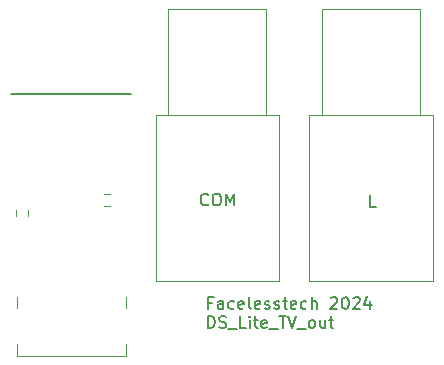
<source format=gbr>
%TF.GenerationSoftware,KiCad,Pcbnew,7.0.9*%
%TF.CreationDate,2024-01-10T16:41:44+00:00*%
%TF.ProjectId,ds_lite_tv_out_tv_side,64735f6c-6974-4655-9f74-765f6f75745f,rev?*%
%TF.SameCoordinates,Original*%
%TF.FileFunction,Legend,Top*%
%TF.FilePolarity,Positive*%
%FSLAX46Y46*%
G04 Gerber Fmt 4.6, Leading zero omitted, Abs format (unit mm)*
G04 Created by KiCad (PCBNEW 7.0.9) date 2024-01-10 16:41:44*
%MOMM*%
%LPD*%
G01*
G04 APERTURE LIST*
%ADD10C,0.150000*%
%ADD11C,0.100000*%
%ADD12C,0.120000*%
G04 APERTURE END LIST*
D10*
X164412969Y-92199819D02*
X163936779Y-92199819D01*
X163936779Y-92199819D02*
X163936779Y-91199819D01*
X150248207Y-91994580D02*
X150200588Y-92042200D01*
X150200588Y-92042200D02*
X150057731Y-92089819D01*
X150057731Y-92089819D02*
X149962493Y-92089819D01*
X149962493Y-92089819D02*
X149819636Y-92042200D01*
X149819636Y-92042200D02*
X149724398Y-91946961D01*
X149724398Y-91946961D02*
X149676779Y-91851723D01*
X149676779Y-91851723D02*
X149629160Y-91661247D01*
X149629160Y-91661247D02*
X149629160Y-91518390D01*
X149629160Y-91518390D02*
X149676779Y-91327914D01*
X149676779Y-91327914D02*
X149724398Y-91232676D01*
X149724398Y-91232676D02*
X149819636Y-91137438D01*
X149819636Y-91137438D02*
X149962493Y-91089819D01*
X149962493Y-91089819D02*
X150057731Y-91089819D01*
X150057731Y-91089819D02*
X150200588Y-91137438D01*
X150200588Y-91137438D02*
X150248207Y-91185057D01*
X150867255Y-91089819D02*
X151057731Y-91089819D01*
X151057731Y-91089819D02*
X151152969Y-91137438D01*
X151152969Y-91137438D02*
X151248207Y-91232676D01*
X151248207Y-91232676D02*
X151295826Y-91423152D01*
X151295826Y-91423152D02*
X151295826Y-91756485D01*
X151295826Y-91756485D02*
X151248207Y-91946961D01*
X151248207Y-91946961D02*
X151152969Y-92042200D01*
X151152969Y-92042200D02*
X151057731Y-92089819D01*
X151057731Y-92089819D02*
X150867255Y-92089819D01*
X150867255Y-92089819D02*
X150772017Y-92042200D01*
X150772017Y-92042200D02*
X150676779Y-91946961D01*
X150676779Y-91946961D02*
X150629160Y-91756485D01*
X150629160Y-91756485D02*
X150629160Y-91423152D01*
X150629160Y-91423152D02*
X150676779Y-91232676D01*
X150676779Y-91232676D02*
X150772017Y-91137438D01*
X150772017Y-91137438D02*
X150867255Y-91089819D01*
X151724398Y-92089819D02*
X151724398Y-91089819D01*
X151724398Y-91089819D02*
X152057731Y-91804104D01*
X152057731Y-91804104D02*
X152391064Y-91089819D01*
X152391064Y-91089819D02*
X152391064Y-92089819D01*
X150570112Y-100316009D02*
X150236779Y-100316009D01*
X150236779Y-100839819D02*
X150236779Y-99839819D01*
X150236779Y-99839819D02*
X150712969Y-99839819D01*
X151522493Y-100839819D02*
X151522493Y-100316009D01*
X151522493Y-100316009D02*
X151474874Y-100220771D01*
X151474874Y-100220771D02*
X151379636Y-100173152D01*
X151379636Y-100173152D02*
X151189160Y-100173152D01*
X151189160Y-100173152D02*
X151093922Y-100220771D01*
X151522493Y-100792200D02*
X151427255Y-100839819D01*
X151427255Y-100839819D02*
X151189160Y-100839819D01*
X151189160Y-100839819D02*
X151093922Y-100792200D01*
X151093922Y-100792200D02*
X151046303Y-100696961D01*
X151046303Y-100696961D02*
X151046303Y-100601723D01*
X151046303Y-100601723D02*
X151093922Y-100506485D01*
X151093922Y-100506485D02*
X151189160Y-100458866D01*
X151189160Y-100458866D02*
X151427255Y-100458866D01*
X151427255Y-100458866D02*
X151522493Y-100411247D01*
X152427255Y-100792200D02*
X152332017Y-100839819D01*
X152332017Y-100839819D02*
X152141541Y-100839819D01*
X152141541Y-100839819D02*
X152046303Y-100792200D01*
X152046303Y-100792200D02*
X151998684Y-100744580D01*
X151998684Y-100744580D02*
X151951065Y-100649342D01*
X151951065Y-100649342D02*
X151951065Y-100363628D01*
X151951065Y-100363628D02*
X151998684Y-100268390D01*
X151998684Y-100268390D02*
X152046303Y-100220771D01*
X152046303Y-100220771D02*
X152141541Y-100173152D01*
X152141541Y-100173152D02*
X152332017Y-100173152D01*
X152332017Y-100173152D02*
X152427255Y-100220771D01*
X153236779Y-100792200D02*
X153141541Y-100839819D01*
X153141541Y-100839819D02*
X152951065Y-100839819D01*
X152951065Y-100839819D02*
X152855827Y-100792200D01*
X152855827Y-100792200D02*
X152808208Y-100696961D01*
X152808208Y-100696961D02*
X152808208Y-100316009D01*
X152808208Y-100316009D02*
X152855827Y-100220771D01*
X152855827Y-100220771D02*
X152951065Y-100173152D01*
X152951065Y-100173152D02*
X153141541Y-100173152D01*
X153141541Y-100173152D02*
X153236779Y-100220771D01*
X153236779Y-100220771D02*
X153284398Y-100316009D01*
X153284398Y-100316009D02*
X153284398Y-100411247D01*
X153284398Y-100411247D02*
X152808208Y-100506485D01*
X153855827Y-100839819D02*
X153760589Y-100792200D01*
X153760589Y-100792200D02*
X153712970Y-100696961D01*
X153712970Y-100696961D02*
X153712970Y-99839819D01*
X154617732Y-100792200D02*
X154522494Y-100839819D01*
X154522494Y-100839819D02*
X154332018Y-100839819D01*
X154332018Y-100839819D02*
X154236780Y-100792200D01*
X154236780Y-100792200D02*
X154189161Y-100696961D01*
X154189161Y-100696961D02*
X154189161Y-100316009D01*
X154189161Y-100316009D02*
X154236780Y-100220771D01*
X154236780Y-100220771D02*
X154332018Y-100173152D01*
X154332018Y-100173152D02*
X154522494Y-100173152D01*
X154522494Y-100173152D02*
X154617732Y-100220771D01*
X154617732Y-100220771D02*
X154665351Y-100316009D01*
X154665351Y-100316009D02*
X154665351Y-100411247D01*
X154665351Y-100411247D02*
X154189161Y-100506485D01*
X155046304Y-100792200D02*
X155141542Y-100839819D01*
X155141542Y-100839819D02*
X155332018Y-100839819D01*
X155332018Y-100839819D02*
X155427256Y-100792200D01*
X155427256Y-100792200D02*
X155474875Y-100696961D01*
X155474875Y-100696961D02*
X155474875Y-100649342D01*
X155474875Y-100649342D02*
X155427256Y-100554104D01*
X155427256Y-100554104D02*
X155332018Y-100506485D01*
X155332018Y-100506485D02*
X155189161Y-100506485D01*
X155189161Y-100506485D02*
X155093923Y-100458866D01*
X155093923Y-100458866D02*
X155046304Y-100363628D01*
X155046304Y-100363628D02*
X155046304Y-100316009D01*
X155046304Y-100316009D02*
X155093923Y-100220771D01*
X155093923Y-100220771D02*
X155189161Y-100173152D01*
X155189161Y-100173152D02*
X155332018Y-100173152D01*
X155332018Y-100173152D02*
X155427256Y-100220771D01*
X155855828Y-100792200D02*
X155951066Y-100839819D01*
X155951066Y-100839819D02*
X156141542Y-100839819D01*
X156141542Y-100839819D02*
X156236780Y-100792200D01*
X156236780Y-100792200D02*
X156284399Y-100696961D01*
X156284399Y-100696961D02*
X156284399Y-100649342D01*
X156284399Y-100649342D02*
X156236780Y-100554104D01*
X156236780Y-100554104D02*
X156141542Y-100506485D01*
X156141542Y-100506485D02*
X155998685Y-100506485D01*
X155998685Y-100506485D02*
X155903447Y-100458866D01*
X155903447Y-100458866D02*
X155855828Y-100363628D01*
X155855828Y-100363628D02*
X155855828Y-100316009D01*
X155855828Y-100316009D02*
X155903447Y-100220771D01*
X155903447Y-100220771D02*
X155998685Y-100173152D01*
X155998685Y-100173152D02*
X156141542Y-100173152D01*
X156141542Y-100173152D02*
X156236780Y-100220771D01*
X156570114Y-100173152D02*
X156951066Y-100173152D01*
X156712971Y-99839819D02*
X156712971Y-100696961D01*
X156712971Y-100696961D02*
X156760590Y-100792200D01*
X156760590Y-100792200D02*
X156855828Y-100839819D01*
X156855828Y-100839819D02*
X156951066Y-100839819D01*
X157665352Y-100792200D02*
X157570114Y-100839819D01*
X157570114Y-100839819D02*
X157379638Y-100839819D01*
X157379638Y-100839819D02*
X157284400Y-100792200D01*
X157284400Y-100792200D02*
X157236781Y-100696961D01*
X157236781Y-100696961D02*
X157236781Y-100316009D01*
X157236781Y-100316009D02*
X157284400Y-100220771D01*
X157284400Y-100220771D02*
X157379638Y-100173152D01*
X157379638Y-100173152D02*
X157570114Y-100173152D01*
X157570114Y-100173152D02*
X157665352Y-100220771D01*
X157665352Y-100220771D02*
X157712971Y-100316009D01*
X157712971Y-100316009D02*
X157712971Y-100411247D01*
X157712971Y-100411247D02*
X157236781Y-100506485D01*
X158570114Y-100792200D02*
X158474876Y-100839819D01*
X158474876Y-100839819D02*
X158284400Y-100839819D01*
X158284400Y-100839819D02*
X158189162Y-100792200D01*
X158189162Y-100792200D02*
X158141543Y-100744580D01*
X158141543Y-100744580D02*
X158093924Y-100649342D01*
X158093924Y-100649342D02*
X158093924Y-100363628D01*
X158093924Y-100363628D02*
X158141543Y-100268390D01*
X158141543Y-100268390D02*
X158189162Y-100220771D01*
X158189162Y-100220771D02*
X158284400Y-100173152D01*
X158284400Y-100173152D02*
X158474876Y-100173152D01*
X158474876Y-100173152D02*
X158570114Y-100220771D01*
X158998686Y-100839819D02*
X158998686Y-99839819D01*
X159427257Y-100839819D02*
X159427257Y-100316009D01*
X159427257Y-100316009D02*
X159379638Y-100220771D01*
X159379638Y-100220771D02*
X159284400Y-100173152D01*
X159284400Y-100173152D02*
X159141543Y-100173152D01*
X159141543Y-100173152D02*
X159046305Y-100220771D01*
X159046305Y-100220771D02*
X158998686Y-100268390D01*
X160617734Y-99935057D02*
X160665353Y-99887438D01*
X160665353Y-99887438D02*
X160760591Y-99839819D01*
X160760591Y-99839819D02*
X160998686Y-99839819D01*
X160998686Y-99839819D02*
X161093924Y-99887438D01*
X161093924Y-99887438D02*
X161141543Y-99935057D01*
X161141543Y-99935057D02*
X161189162Y-100030295D01*
X161189162Y-100030295D02*
X161189162Y-100125533D01*
X161189162Y-100125533D02*
X161141543Y-100268390D01*
X161141543Y-100268390D02*
X160570115Y-100839819D01*
X160570115Y-100839819D02*
X161189162Y-100839819D01*
X161808210Y-99839819D02*
X161903448Y-99839819D01*
X161903448Y-99839819D02*
X161998686Y-99887438D01*
X161998686Y-99887438D02*
X162046305Y-99935057D01*
X162046305Y-99935057D02*
X162093924Y-100030295D01*
X162093924Y-100030295D02*
X162141543Y-100220771D01*
X162141543Y-100220771D02*
X162141543Y-100458866D01*
X162141543Y-100458866D02*
X162093924Y-100649342D01*
X162093924Y-100649342D02*
X162046305Y-100744580D01*
X162046305Y-100744580D02*
X161998686Y-100792200D01*
X161998686Y-100792200D02*
X161903448Y-100839819D01*
X161903448Y-100839819D02*
X161808210Y-100839819D01*
X161808210Y-100839819D02*
X161712972Y-100792200D01*
X161712972Y-100792200D02*
X161665353Y-100744580D01*
X161665353Y-100744580D02*
X161617734Y-100649342D01*
X161617734Y-100649342D02*
X161570115Y-100458866D01*
X161570115Y-100458866D02*
X161570115Y-100220771D01*
X161570115Y-100220771D02*
X161617734Y-100030295D01*
X161617734Y-100030295D02*
X161665353Y-99935057D01*
X161665353Y-99935057D02*
X161712972Y-99887438D01*
X161712972Y-99887438D02*
X161808210Y-99839819D01*
X162522496Y-99935057D02*
X162570115Y-99887438D01*
X162570115Y-99887438D02*
X162665353Y-99839819D01*
X162665353Y-99839819D02*
X162903448Y-99839819D01*
X162903448Y-99839819D02*
X162998686Y-99887438D01*
X162998686Y-99887438D02*
X163046305Y-99935057D01*
X163046305Y-99935057D02*
X163093924Y-100030295D01*
X163093924Y-100030295D02*
X163093924Y-100125533D01*
X163093924Y-100125533D02*
X163046305Y-100268390D01*
X163046305Y-100268390D02*
X162474877Y-100839819D01*
X162474877Y-100839819D02*
X163093924Y-100839819D01*
X163951067Y-100173152D02*
X163951067Y-100839819D01*
X163712972Y-99792200D02*
X163474877Y-100506485D01*
X163474877Y-100506485D02*
X164093924Y-100506485D01*
X150236779Y-102449819D02*
X150236779Y-101449819D01*
X150236779Y-101449819D02*
X150474874Y-101449819D01*
X150474874Y-101449819D02*
X150617731Y-101497438D01*
X150617731Y-101497438D02*
X150712969Y-101592676D01*
X150712969Y-101592676D02*
X150760588Y-101687914D01*
X150760588Y-101687914D02*
X150808207Y-101878390D01*
X150808207Y-101878390D02*
X150808207Y-102021247D01*
X150808207Y-102021247D02*
X150760588Y-102211723D01*
X150760588Y-102211723D02*
X150712969Y-102306961D01*
X150712969Y-102306961D02*
X150617731Y-102402200D01*
X150617731Y-102402200D02*
X150474874Y-102449819D01*
X150474874Y-102449819D02*
X150236779Y-102449819D01*
X151189160Y-102402200D02*
X151332017Y-102449819D01*
X151332017Y-102449819D02*
X151570112Y-102449819D01*
X151570112Y-102449819D02*
X151665350Y-102402200D01*
X151665350Y-102402200D02*
X151712969Y-102354580D01*
X151712969Y-102354580D02*
X151760588Y-102259342D01*
X151760588Y-102259342D02*
X151760588Y-102164104D01*
X151760588Y-102164104D02*
X151712969Y-102068866D01*
X151712969Y-102068866D02*
X151665350Y-102021247D01*
X151665350Y-102021247D02*
X151570112Y-101973628D01*
X151570112Y-101973628D02*
X151379636Y-101926009D01*
X151379636Y-101926009D02*
X151284398Y-101878390D01*
X151284398Y-101878390D02*
X151236779Y-101830771D01*
X151236779Y-101830771D02*
X151189160Y-101735533D01*
X151189160Y-101735533D02*
X151189160Y-101640295D01*
X151189160Y-101640295D02*
X151236779Y-101545057D01*
X151236779Y-101545057D02*
X151284398Y-101497438D01*
X151284398Y-101497438D02*
X151379636Y-101449819D01*
X151379636Y-101449819D02*
X151617731Y-101449819D01*
X151617731Y-101449819D02*
X151760588Y-101497438D01*
X151951065Y-102545057D02*
X152712969Y-102545057D01*
X153427255Y-102449819D02*
X152951065Y-102449819D01*
X152951065Y-102449819D02*
X152951065Y-101449819D01*
X153760589Y-102449819D02*
X153760589Y-101783152D01*
X153760589Y-101449819D02*
X153712970Y-101497438D01*
X153712970Y-101497438D02*
X153760589Y-101545057D01*
X153760589Y-101545057D02*
X153808208Y-101497438D01*
X153808208Y-101497438D02*
X153760589Y-101449819D01*
X153760589Y-101449819D02*
X153760589Y-101545057D01*
X154093922Y-101783152D02*
X154474874Y-101783152D01*
X154236779Y-101449819D02*
X154236779Y-102306961D01*
X154236779Y-102306961D02*
X154284398Y-102402200D01*
X154284398Y-102402200D02*
X154379636Y-102449819D01*
X154379636Y-102449819D02*
X154474874Y-102449819D01*
X155189160Y-102402200D02*
X155093922Y-102449819D01*
X155093922Y-102449819D02*
X154903446Y-102449819D01*
X154903446Y-102449819D02*
X154808208Y-102402200D01*
X154808208Y-102402200D02*
X154760589Y-102306961D01*
X154760589Y-102306961D02*
X154760589Y-101926009D01*
X154760589Y-101926009D02*
X154808208Y-101830771D01*
X154808208Y-101830771D02*
X154903446Y-101783152D01*
X154903446Y-101783152D02*
X155093922Y-101783152D01*
X155093922Y-101783152D02*
X155189160Y-101830771D01*
X155189160Y-101830771D02*
X155236779Y-101926009D01*
X155236779Y-101926009D02*
X155236779Y-102021247D01*
X155236779Y-102021247D02*
X154760589Y-102116485D01*
X155427256Y-102545057D02*
X156189160Y-102545057D01*
X156284399Y-101449819D02*
X156855827Y-101449819D01*
X156570113Y-102449819D02*
X156570113Y-101449819D01*
X157046304Y-101449819D02*
X157379637Y-102449819D01*
X157379637Y-102449819D02*
X157712970Y-101449819D01*
X157808209Y-102545057D02*
X158570113Y-102545057D01*
X158951066Y-102449819D02*
X158855828Y-102402200D01*
X158855828Y-102402200D02*
X158808209Y-102354580D01*
X158808209Y-102354580D02*
X158760590Y-102259342D01*
X158760590Y-102259342D02*
X158760590Y-101973628D01*
X158760590Y-101973628D02*
X158808209Y-101878390D01*
X158808209Y-101878390D02*
X158855828Y-101830771D01*
X158855828Y-101830771D02*
X158951066Y-101783152D01*
X158951066Y-101783152D02*
X159093923Y-101783152D01*
X159093923Y-101783152D02*
X159189161Y-101830771D01*
X159189161Y-101830771D02*
X159236780Y-101878390D01*
X159236780Y-101878390D02*
X159284399Y-101973628D01*
X159284399Y-101973628D02*
X159284399Y-102259342D01*
X159284399Y-102259342D02*
X159236780Y-102354580D01*
X159236780Y-102354580D02*
X159189161Y-102402200D01*
X159189161Y-102402200D02*
X159093923Y-102449819D01*
X159093923Y-102449819D02*
X158951066Y-102449819D01*
X160141542Y-101783152D02*
X160141542Y-102449819D01*
X159712971Y-101783152D02*
X159712971Y-102306961D01*
X159712971Y-102306961D02*
X159760590Y-102402200D01*
X159760590Y-102402200D02*
X159855828Y-102449819D01*
X159855828Y-102449819D02*
X159998685Y-102449819D01*
X159998685Y-102449819D02*
X160093923Y-102402200D01*
X160093923Y-102402200D02*
X160141542Y-102354580D01*
X160474876Y-101783152D02*
X160855828Y-101783152D01*
X160617733Y-101449819D02*
X160617733Y-102306961D01*
X160617733Y-102306961D02*
X160665352Y-102402200D01*
X160665352Y-102402200D02*
X160760590Y-102449819D01*
X160760590Y-102449819D02*
X160855828Y-102449819D01*
D11*
%TO.C,J1*%
X146870000Y-84460000D02*
X155170000Y-84460000D01*
X155170000Y-84460000D02*
X155170000Y-75470000D01*
X155170000Y-75470000D02*
X146870000Y-75470000D01*
X146870000Y-75470000D02*
X146870000Y-84460000D01*
X156280000Y-98470000D02*
X145790000Y-98470000D01*
X145790000Y-98470000D02*
X145790000Y-84470000D01*
X145790000Y-84470000D02*
X156280000Y-84470000D01*
X156280000Y-84470000D02*
X156280000Y-98470000D01*
D12*
%TO.C,P1*%
X134090000Y-99875000D02*
X134090000Y-100730000D01*
X134090000Y-103850000D02*
X134090000Y-104800000D01*
X134090000Y-104800000D02*
X143250000Y-104800000D01*
X143250000Y-99875000D02*
X143250000Y-100730000D01*
X143250000Y-103850000D02*
X143250000Y-104800000D01*
%TO.C,R2*%
X141907224Y-92122500D02*
X141397776Y-92122500D01*
X141907224Y-91077500D02*
X141397776Y-91077500D01*
D11*
%TO.C,J2*%
X159890000Y-84460000D02*
X168190000Y-84460000D01*
X168190000Y-84460000D02*
X168190000Y-75470000D01*
X168190000Y-75470000D02*
X159890000Y-75470000D01*
X159890000Y-75470000D02*
X159890000Y-84460000D01*
X169300000Y-98470000D02*
X158810000Y-98470000D01*
X158810000Y-98470000D02*
X158810000Y-84470000D01*
X158810000Y-84470000D02*
X169300000Y-84470000D01*
X169300000Y-84470000D02*
X169300000Y-98470000D01*
D10*
%TO.C,U1*%
X133592000Y-82636500D02*
X143752000Y-82636500D01*
D12*
%TO.C,R1*%
X133957500Y-92994724D02*
X133957500Y-92485276D01*
X135002500Y-92994724D02*
X135002500Y-92485276D01*
%TD*%
M02*

</source>
